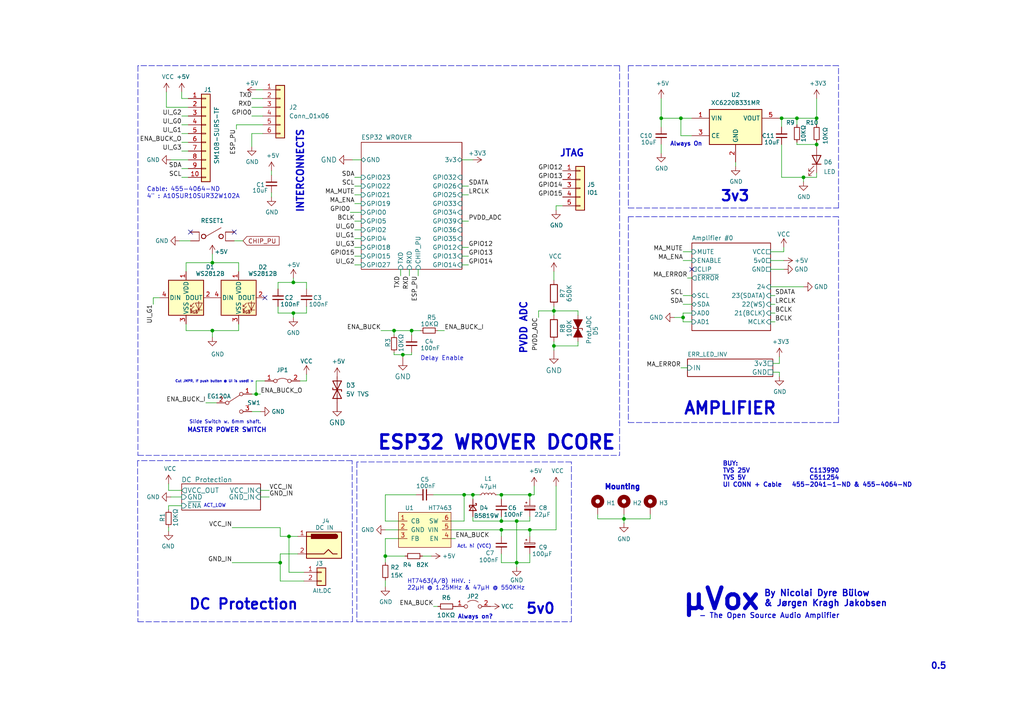
<source format=kicad_sch>
(kicad_sch (version 20211123) (generator eeschema)
  (paper "A4")
  (junction (at 85.09 81.915))
  (junction (at 236.855 34.29))
  (junction (at 226.695 34.29))
  (junction (at 149.86 163.195))
  (junction (at 61.595 76.2))
  (junction (at 191.77 34.29))
  (junction (at 233.045 51.435))
  (junction (at 231.14 34.29))
  (junction (at 145.415 153.67))
  (junction (at 111.76 161.29))
  (junction (at 137.16 143.51))
  (junction (at 145.415 143.51))
  (junction (at 116.84 102.87))
  (junction (at 114.3 95.885))
  (junction (at 145.415 151.13))
  (junction (at 74.295 114.3))
  (junction (at 83.82 155.575))
  (junction (at 153.67 143.51))
  (junction (at 160.655 100.33))
  (junction (at 134.62 143.51))
  (junction (at 153.67 153.67))
  (junction (at 160.655 90.17))
  (junction (at 198.12 92.075))
  (junction (at 236.855 41.91))
  (junction (at 81.28 163.195))
  (junction (at 180.975 150.495))
  (junction (at 85.09 90.805))
  (junction (at 119.38 95.885))
  (junction (at 197.485 34.29))
  (junction (at 149.86 151.13))
  (junction (at 61.595 95.885))
  (no_connect (at 76.835 86.36))
  (no_connect (at 200.66 78.105))
  (no_connect (at 67.945 67.31))
  (no_connect (at 55.245 67.31))
  (polyline (pts (xy 103.505 133.985) (xy 103.505 180.34)))
  (polyline (pts (xy 179.705 19.05) (xy 179.705 132.08)))
  (wire (pts (xy 224.79 88.265) (xy 223.52 88.265)))
  (wire (pts (xy 88.9 83.82) (xy 88.9 81.915)))
  (wire (pts (xy 59.69 116.84) (xy 62.865 116.84)))
  (wire (pts (xy 61.595 95.885) (xy 61.595 97.79)))
  (wire (pts (xy 114.3 102.235) (xy 114.3 102.87)))
  (wire (pts (xy 80.645 81.915) (xy 80.645 83.82)))
  (wire (pts (xy 144.145 143.51) (xy 145.415 143.51)))
  (wire (pts (xy 233.045 51.435) (xy 236.855 51.435)))
  (wire (pts (xy 161.29 140.97) (xy 161.29 153.67)))
  (polyline (pts (xy 40.005 180.34) (xy 102.235 180.34)))
  (wire (pts (xy 137.16 143.51) (xy 139.065 143.51)))
  (wire (pts (xy 133.985 76.835) (xy 135.89 76.835)))
  (wire (pts (xy 52.705 33.655) (xy 54.61 33.655)))
  (wire (pts (xy 114.3 102.87) (xy 116.84 102.87)))
  (wire (pts (xy 111.76 143.51) (xy 111.76 151.13)))
  (wire (pts (xy 116.84 102.87) (xy 116.84 103.505)))
  (wire (pts (xy 191.77 34.29) (xy 191.77 28.575)))
  (wire (pts (xy 134.62 151.13) (xy 130.81 151.13)))
  (wire (pts (xy 163.195 59.69) (xy 161.29 59.69)))
  (wire (pts (xy 226.06 34.29) (xy 226.695 34.29)))
  (wire (pts (xy 85.09 90.805) (xy 88.9 90.805)))
  (wire (pts (xy 173.355 150.495) (xy 180.975 150.495)))
  (wire (pts (xy 55.245 69.85) (xy 52.07 69.85)))
  (wire (pts (xy 153.67 153.67) (xy 161.29 153.67)))
  (polyline (pts (xy 243.205 60.325) (xy 243.205 19.05)))
  (wire (pts (xy 180.975 150.495) (xy 180.975 151.765)))
  (wire (pts (xy 48.895 146.685) (xy 52.705 146.685)))
  (wire (pts (xy 153.67 144.78) (xy 153.67 143.51)))
  (wire (pts (xy 52.705 144.145) (xy 49.53 144.145)))
  (wire (pts (xy 231.14 34.29) (xy 236.855 34.29)))
  (wire (pts (xy 197.485 34.29) (xy 200.66 34.29)))
  (wire (pts (xy 198.12 93.345) (xy 200.66 93.345)))
  (wire (pts (xy 85.09 90.805) (xy 85.09 92.075)))
  (wire (pts (xy 118.745 80.01) (xy 118.745 78.105)))
  (wire (pts (xy 102.87 59.055) (xy 104.775 59.055)))
  (wire (pts (xy 115.57 156.21) (xy 111.76 156.21)))
  (wire (pts (xy 236.855 41.275) (xy 236.855 41.91)))
  (wire (pts (xy 145.415 160.655) (xy 145.415 163.195)))
  (wire (pts (xy 160.655 90.17) (xy 167.64 90.17)))
  (wire (pts (xy 122.555 161.29) (xy 125.095 161.29)))
  (wire (pts (xy 226.695 51.435) (xy 233.045 51.435)))
  (wire (pts (xy 224.79 85.725) (xy 223.52 85.725)))
  (wire (pts (xy 52.705 48.895) (xy 54.61 48.895)))
  (wire (pts (xy 83.82 165.989) (xy 88.138 165.989)))
  (wire (pts (xy 227.33 75.565) (xy 223.52 75.565)))
  (wire (pts (xy 52.705 41.275) (xy 54.61 41.275)))
  (polyline (pts (xy 102.1334 133.604) (xy 39.9034 133.604)))
  (wire (pts (xy 132.08 156.21) (xy 130.81 156.21)))
  (wire (pts (xy 198.12 92.075) (xy 198.12 93.345)))
  (wire (pts (xy 52.705 43.815) (xy 54.61 43.815)))
  (wire (pts (xy 119.38 95.885) (xy 119.38 97.155)))
  (wire (pts (xy 80.645 88.9) (xy 80.645 90.805)))
  (wire (pts (xy 198.12 85.725) (xy 200.66 85.725)))
  (wire (pts (xy 52.705 38.735) (xy 54.61 38.735)))
  (polyline (pts (xy 40.005 19.05) (xy 40.005 132.08)))
  (wire (pts (xy 61.595 95.885) (xy 69.215 95.885)))
  (wire (pts (xy 81.28 168.529) (xy 88.138 168.529)))
  (wire (pts (xy 224.79 90.805) (xy 223.52 90.805)))
  (wire (pts (xy 200.66 39.37) (xy 197.485 39.37)))
  (wire (pts (xy 156.21 90.17) (xy 160.655 90.17)))
  (wire (pts (xy 88.9 90.805) (xy 88.9 88.9)))
  (wire (pts (xy 226.695 41.91) (xy 226.695 51.435)))
  (wire (pts (xy 116.84 102.87) (xy 119.38 102.87)))
  (wire (pts (xy 121.285 80.01) (xy 121.285 78.105)))
  (wire (pts (xy 74.295 114.3) (xy 75.565 114.3)))
  (wire (pts (xy 53.975 78.74) (xy 53.975 76.2)))
  (wire (pts (xy 53.975 93.98) (xy 53.975 95.885)))
  (wire (pts (xy 137.16 144.78) (xy 137.16 143.51)))
  (wire (pts (xy 145.415 155.575) (xy 145.415 153.67)))
  (wire (pts (xy 191.77 34.29) (xy 197.485 34.29)))
  (wire (pts (xy 231.14 41.91) (xy 236.855 41.91)))
  (wire (pts (xy 156.21 90.17) (xy 156.21 92.075)))
  (wire (pts (xy 231.14 41.275) (xy 231.14 41.91)))
  (wire (pts (xy 224.155 105.41) (xy 226.06 105.41)))
  (polyline (pts (xy 182.245 62.865) (xy 182.245 122.555)))
  (wire (pts (xy 115.57 153.67) (xy 111.76 153.67)))
  (wire (pts (xy 52.705 142.24) (xy 48.895 142.24)))
  (wire (pts (xy 67.945 69.85) (xy 70.485 69.85)))
  (wire (pts (xy 76.2 26.035) (xy 74.295 26.035)))
  (wire (pts (xy 149.86 151.13) (xy 153.67 151.13)))
  (wire (pts (xy 167.64 99.06) (xy 167.64 100.33)))
  (wire (pts (xy 85.09 81.915) (xy 80.645 81.915)))
  (wire (pts (xy 68.58 37.465) (xy 68.58 36.195)))
  (wire (pts (xy 227.33 71.755) (xy 227.33 73.025)))
  (polyline (pts (xy 165.735 133.985) (xy 103.505 133.985)))
  (wire (pts (xy 134.62 143.51) (xy 137.16 143.51)))
  (wire (pts (xy 180.975 150.495) (xy 180.975 149.225)))
  (wire (pts (xy 81.28 153.035) (xy 81.28 155.575)))
  (wire (pts (xy 74.295 110.49) (xy 76.835 110.49)))
  (wire (pts (xy 149.86 163.195) (xy 153.67 163.195)))
  (wire (pts (xy 145.415 144.78) (xy 145.415 143.51)))
  (wire (pts (xy 198.12 88.265) (xy 200.66 88.265)))
  (wire (pts (xy 102.87 53.975) (xy 104.775 53.975)))
  (wire (pts (xy 125.73 143.51) (xy 134.62 143.51)))
  (wire (pts (xy 102.87 66.675) (xy 104.775 66.675)))
  (wire (pts (xy 73.025 38.735) (xy 73.025 42.545)))
  (wire (pts (xy 74.295 114.3) (xy 74.295 110.49)))
  (wire (pts (xy 111.76 161.29) (xy 117.475 161.29)))
  (wire (pts (xy 102.87 69.215) (xy 104.775 69.215)))
  (wire (pts (xy 133.985 71.755) (xy 135.89 71.755)))
  (wire (pts (xy 102.87 76.835) (xy 104.775 76.835)))
  (wire (pts (xy 102.87 51.435) (xy 104.775 51.435)))
  (polyline (pts (xy 40.005 132.08) (xy 179.705 132.08)))
  (wire (pts (xy 145.415 163.195) (xy 149.86 163.195)))
  (wire (pts (xy 119.38 102.235) (xy 119.38 102.87)))
  (wire (pts (xy 195.58 92.075) (xy 198.12 92.075)))
  (wire (pts (xy 69.215 76.2) (xy 69.215 78.74)))
  (polyline (pts (xy 165.735 180.34) (xy 165.735 133.985)))
  (wire (pts (xy 145.415 151.13) (xy 149.86 151.13)))
  (wire (pts (xy 61.595 76.2) (xy 61.595 73.66)))
  (wire (pts (xy 80.645 90.805) (xy 85.09 90.805)))
  (wire (pts (xy 49.53 46.355) (xy 54.61 46.355)))
  (wire (pts (xy 180.975 150.495) (xy 188.595 150.495)))
  (wire (pts (xy 88.9 108.585) (xy 88.9 110.49)))
  (wire (pts (xy 114.3 95.885) (xy 119.38 95.885)))
  (wire (pts (xy 73.025 119.38) (xy 75.565 119.38)))
  (wire (pts (xy 135.89 56.515) (xy 133.985 56.515)))
  (wire (pts (xy 213.36 48.26) (xy 213.36 46.99)))
  (wire (pts (xy 53.975 76.2) (xy 61.595 76.2)))
  (wire (pts (xy 73.025 31.115) (xy 76.2 31.115)))
  (polyline (pts (xy 243.205 122.555) (xy 243.205 62.865)))
  (polyline (pts (xy 182.245 60.325) (xy 243.205 60.325)))
  (polyline (pts (xy 243.205 19.05) (xy 182.245 19.05)))
  (polyline (pts (xy 243.205 62.865) (xy 182.245 62.865)))
  (wire (pts (xy 145.415 149.86) (xy 145.415 151.13)))
  (wire (pts (xy 83.82 155.575) (xy 86.36 155.575)))
  (wire (pts (xy 102.87 64.135) (xy 104.775 64.135)))
  (wire (pts (xy 153.67 163.195) (xy 153.67 160.655)))
  (wire (pts (xy 160.655 90.17) (xy 160.655 88.9)))
  (wire (pts (xy 48.26 31.115) (xy 48.26 26.67)))
  (wire (pts (xy 198.12 90.805) (xy 198.12 92.075)))
  (wire (pts (xy 128.905 95.885) (xy 127 95.885)))
  (wire (pts (xy 191.77 41.91) (xy 191.77 44.45)))
  (wire (pts (xy 68.58 36.195) (xy 76.2 36.195)))
  (wire (pts (xy 75.565 142.24) (xy 78.105 142.24)))
  (wire (pts (xy 149.86 163.195) (xy 149.86 164.465)))
  (wire (pts (xy 153.67 143.51) (xy 154.94 143.51)))
  (wire (pts (xy 54.61 28.575) (xy 52.705 28.575)))
  (wire (pts (xy 61.595 76.2) (xy 69.215 76.2)))
  (wire (pts (xy 223.52 83.185) (xy 233.045 83.185)))
  (wire (pts (xy 73.025 114.3) (xy 74.295 114.3)))
  (wire (pts (xy 52.705 51.435) (xy 54.61 51.435)))
  (wire (pts (xy 231.14 34.29) (xy 231.14 36.195)))
  (wire (pts (xy 86.995 110.49) (xy 88.9 110.49)))
  (wire (pts (xy 44.45 86.36) (xy 44.45 88.265)))
  (wire (pts (xy 111.76 168.275) (xy 111.76 170.18)))
  (wire (pts (xy 102.87 71.755) (xy 104.775 71.755)))
  (wire (pts (xy 226.06 107.95) (xy 226.06 109.22)))
  (wire (pts (xy 226.06 105.41) (xy 226.06 103.505)))
  (wire (pts (xy 76.2 33.655) (xy 73.025 33.655)))
  (wire (pts (xy 133.985 46.355) (xy 137.16 46.355)))
  (wire (pts (xy 67.31 153.035) (xy 81.28 153.035)))
  (wire (pts (xy 200.66 90.805) (xy 198.12 90.805)))
  (polyline (pts (xy 179.705 19.05) (xy 40.005 19.05)))
  (polyline (pts (xy 103.505 180.34) (xy 165.735 180.34)))
  (wire (pts (xy 154.94 143.51) (xy 154.94 140.97)))
  (wire (pts (xy 78.74 55.88) (xy 78.74 57.15)))
  (wire (pts (xy 85.09 80.645) (xy 85.09 81.915)))
  (wire (pts (xy 104.775 74.295) (xy 102.87 74.295)))
  (wire (pts (xy 145.415 143.51) (xy 153.67 143.51)))
  (wire (pts (xy 198.12 73.025) (xy 200.66 73.025)))
  (wire (pts (xy 197.485 39.37) (xy 197.485 34.29)))
  (wire (pts (xy 73.025 28.575) (xy 76.2 28.575)))
  (wire (pts (xy 153.67 151.13) (xy 153.67 149.86)))
  (wire (pts (xy 226.695 34.29) (xy 226.695 36.83)))
  (wire (pts (xy 114.3 95.885) (xy 114.3 97.155)))
  (wire (pts (xy 167.64 90.17) (xy 167.64 91.44)))
  (wire (pts (xy 52.705 28.575) (xy 52.705 26.67)))
  (wire (pts (xy 160.655 90.17) (xy 160.655 91.44)))
  (wire (pts (xy 88.9 81.915) (xy 85.09 81.915)))
  (wire (pts (xy 145.415 153.67) (xy 153.67 153.67)))
  (wire (pts (xy 83.82 155.575) (xy 83.82 165.989)))
  (wire (pts (xy 198.12 75.565) (xy 200.66 75.565)))
  (wire (pts (xy 48.895 146.685) (xy 48.895 147.828)))
  (wire (pts (xy 153.67 155.575) (xy 153.67 153.67)))
  (wire (pts (xy 116.205 80.01) (xy 116.205 78.105)))
  (wire (pts (xy 137.16 151.13) (xy 145.415 151.13)))
  (wire (pts (xy 133.985 74.295) (xy 135.89 74.295)))
  (wire (pts (xy 78.74 49.53) (xy 78.74 50.8)))
  (wire (pts (xy 167.64 100.33) (xy 160.655 100.33)))
  (wire (pts (xy 160.655 100.33) (xy 160.655 101.6)))
  (wire (pts (xy 236.855 41.91) (xy 236.855 42.545)))
  (wire (pts (xy 111.76 143.51) (xy 120.65 143.51)))
  (wire (pts (xy 111.76 151.13) (xy 115.57 151.13)))
  (polyline (pts (xy 39.9034 133.604) (xy 40.005 180.34)))
  (wire (pts (xy 173.355 149.225) (xy 173.355 150.495)))
  (wire (pts (xy 81.28 155.575) (xy 83.82 155.575)))
  (wire (pts (xy 161.29 59.69) (xy 161.29 60.96)))
  (wire (pts (xy 104.775 61.595) (xy 101.6 61.595)))
  (wire (pts (xy 81.28 163.195) (xy 81.28 160.655)))
  (wire (pts (xy 102.87 56.515) (xy 104.775 56.515)))
  (wire (pts (xy 224.155 107.95) (xy 226.06 107.95)))
  (wire (pts (xy 135.89 64.135) (xy 133.985 64.135)))
  (wire (pts (xy 149.86 163.195) (xy 149.86 151.13)))
  (wire (pts (xy 134.62 143.51) (xy 134.62 151.13)))
  (wire (pts (xy 48.26 31.115) (xy 54.61 31.115)))
  (wire (pts (xy 135.89 53.975) (xy 133.985 53.975)))
  (wire (pts (xy 236.855 34.29) (xy 236.855 36.195)))
  (wire (pts (xy 188.595 150.495) (xy 188.595 149.225)))
  (polyline (pts (xy 102.235 180.34) (xy 102.1334 133.604)))
  (polyline (pts (xy 182.245 19.05) (xy 182.245 60.325)))
  (wire (pts (xy 48.895 152.908) (xy 48.895 154.051)))
  (wire (pts (xy 224.79 93.345) (xy 223.52 93.345)))
  (wire (pts (xy 223.52 78.105) (xy 227.33 78.105)))
  (wire (pts (xy 160.655 99.06) (xy 160.655 100.33)))
  (wire (pts (xy 111.76 161.29) (xy 111.76 163.195)))
  (wire (pts (xy 160.655 81.28) (xy 160.655 78.74)))
  (wire (pts (xy 191.77 34.29) (xy 191.77 36.83)))
  (wire (pts (xy 125.73 175.895) (xy 127 175.895)))
  (wire (pts (xy 52.705 36.195) (xy 54.61 36.195)))
  (wire (pts (xy 236.855 51.435) (xy 236.855 50.165)))
  (wire (pts (xy 67.31 163.195) (xy 81.28 163.195)))
  (wire (pts (xy 111.76 156.21) (xy 111.76 161.29)))
  (wire (pts (xy 110.49 95.885) (xy 114.3 95.885)))
  (wire (pts (xy 75.565 144.145) (xy 78.105 144.145)))
  (wire (pts (xy 81.28 160.655) (xy 86.36 160.655)))
  (polyline (pts (xy 182.245 122.555) (xy 243.205 122.555)))
  (wire (pts (xy 53.975 95.885) (xy 61.595 95.885)))
  (wire (pts (xy 223.52 73.025) (xy 227.33 73.025)))
  (wire (pts (xy 81.28 168.529) (xy 81.28 163.195)))
  (wire (pts (xy 199.39 80.645) (xy 200.66 80.645)))
  (wire (pts (xy 69.215 95.885) (xy 69.215 93.98)))
  (wire (pts (xy 226.695 34.29) (xy 231.14 34.29)))
  (wire (pts (xy 48.895 142.24) (xy 48.895 140.335)))
  (wire (pts (xy 137.16 149.86) (xy 137.16 151.13)))
  (wire (pts (xy 104.775 46.355) (xy 102.235 46.355)))
  (wire (pts (xy 233.045 51.435) (xy 233.045 52.705)))
  (wire (pts (xy 44.45 86.36) (xy 46.355 86.36)))
  (wire (pts (xy 119.38 95.885) (xy 121.92 95.885)))
  (wire (pts (xy 76.2 38.735) (xy 73.025 38.735)))
  (wire (pts (xy 236.855 34.29) (xy 236.855 28.575)))
  (wire (pts (xy 130.81 153.67) (xy 145.415 153.67)))
  (wire (pts (xy 199.39 106.68) (xy 197.485 106.68)))
  (text "- The Open Source Audio Amplifier" (at 202.692 179.578 0) (effects (font (size 1.5 1.5) (thickness 0.254) bold) (justify left bottom)))
  (text "Slide Switch w. 6mm shaft. " (at 54.864 123.063 0) (effects (font (size 0.9906 0.9906)) (justify left bottom)))
  (text "JTAG" (at 169.545 45.72 180) (effects (font (size 2 2) (thickness 0.4) bold) (justify right bottom)))
  (text "Cut JMPR, If push button @ UI is used! >" (at 50.8 111.125 0) (effects (font (size 0.7 0.7)) (justify left bottom)))
  (text "Cable: 455-4064-ND\n4\" : A10SUR10SUR32W102A" (at 42.545 57.785 0) (effects (font (size 1.27 1.27)) (justify left bottom)))
  (text "DC Protection" (at 54.61 177.165 0) (effects (font (size 2.9972 2.9972) (thickness 0.5994) bold) (justify left bottom)))
  (text "By Nicolai Dyre Bülow \n& Jørgen Kragh Jakobsen" (at 221.488 176.149 0) (effects (font (size 1.8034 1.8034) (thickness 0.3607) bold) (justify left bottom)))
  (text "PVDD ADC" (at 153.035 102.87 90) (effects (font (size 2 2) (thickness 0.4) bold) (justify left bottom)))
  (text "3v3" (at 208.8388 58.7502 0) (effects (font (size 2.9972 2.9972) (thickness 0.5994) bold) (justify left bottom)))
  (text "AMPLIFIER" (at 198.12 120.65 0) (effects (font (size 3.5052 3.5052) (thickness 0.701) bold) (justify left bottom)))
  (text "INTERCONNECTS" (at 88.265 37.465 270) (effects (font (size 2 2) (thickness 0.4) bold) (justify right bottom)))
  (text "ACT_LOW" (at 59.055 147.32 0) (effects (font (size 0.9906 0.9906)) (justify left bottom)))
  (text "Delay Enable" (at 121.92 104.775 0) (effects (font (size 1.27 1.27)) (justify left bottom)))
  (text "Mounting" (at 175.26 142.24 0) (effects (font (size 1.5 1.5) (thickness 0.5994) bold) (justify left bottom)))
  (text "ESP32 WROVER DCORE" (at 109.22 130.81 0) (effects (font (size 3.9878 3.9878) (thickness 0.7976) bold) (justify left bottom)))
  (text "Always on?" (at 132.715 179.705 0) (effects (font (size 1.2 1.2) (thickness 0.24) bold) (justify left bottom)))
  (text "HT7463(A/B) HHV. : \n22µH @ 1.25MHz & 47µH @ 550KHz" (at 118.11 171.323 0) (effects (font (size 1.1938 1.1938)) (justify left bottom)))
  (text "µVox" (at 197.612 177.419 0) (effects (font (size 5.9944 5.9944) (thickness 1.1989) bold) (justify left bottom)))
  (text "BUY:\nTVS 25V 			C113990\nTVS 5V  			C511254\nUI CONN + Cable	455-2041-1-ND & 455-4064-ND\n" (at 209.55 141.478 0) (effects (font (size 1.27 1.27) bold) (justify left bottom)))
  (text "MASTER POWER SWITCH" (at 54.229 125.603 0) (effects (font (size 1.2954 1.2954) (thickness 0.2591) bold) (justify left bottom)))
  (text "5v0" (at 152.4 178.435 0) (effects (font (size 2.9972 2.9972) (thickness 0.5994) bold) (justify left bottom)))
  (text "Act. hi (VCC)" (at 132.588 159.131 0) (effects (font (size 0.9906 0.9906)) (justify left bottom)))
  (text "0.5" (at 269.875 194.31 0) (effects (font (size 1.8034 1.8034) (thickness 0.3607) bold) (justify left bottom)))
  (text "Always On" (at 194.31 42.545 0) (effects (font (size 1.1938 1.1938) (thickness 0.2388) bold) (justify left bottom)))
  (label "UI_G0" (at 102.87 66.675 180))
  (label "SDATA" (at 135.89 53.975 0))
  (label "BCLK" (at 102.87 64.135 180))
  (label "ENA_BUCK_I" (at 59.69 116.84 180))
  (label "MA_ENA" (at 198.12 75.565 180))
  (label "GPIO12" (at 135.89 71.755 0))
  (label "SCL" (at 52.705 51.435 180))
  (label "SCL" (at 198.12 85.725 180))
  (label "MA_ERROR" (at 199.39 80.645 180))
  (label "UI_G2" (at 102.87 76.835 180))
  (label "GPIO15" (at 163.195 57.15 180))
  (label "UI_G1" (at 102.87 69.215 180))
  (label "SCL" (at 102.87 53.975 180))
  (label "LRCLK" (at 135.89 56.515 0))
  (label "TXD" (at 73.025 28.575 180))
  (label "UI_G1" (at 52.705 38.735 180))
  (label "GPIO15" (at 102.87 74.295 180))
  (label "GPIO14" (at 163.195 54.61 180))
  (label "VCC_IN" (at 78.105 142.24 0))
  (label "GPIO12" (at 163.195 49.53 180))
  (label "SDA" (at 198.12 88.265 180))
  (label "SDA" (at 102.87 51.435 180))
  (label "UI_G2" (at 52.705 33.655 180))
  (label "TXD" (at 116.205 80.01 270))
  (label "UI_G3" (at 52.705 43.815 180))
  (label "MA_MUTE" (at 102.87 56.515 180))
  (label "ESP_PU" (at 68.58 37.465 270))
  (label "VCC_IN" (at 67.31 153.035 180))
  (label "ENA_BUCK" (at 125.73 175.895 180))
  (label "GND_IN" (at 67.31 163.195 180))
  (label "MA_ENA" (at 102.87 59.055 180))
  (label "GND_IN" (at 78.105 144.145 0))
  (label "SDA" (at 52.705 48.895 180))
  (label "RXD" (at 118.745 80.01 270))
  (label "ENA_BUCK_O" (at 75.565 114.3 0))
  (label "LRCLK" (at 224.79 88.265 0))
  (label "MA_ERROR" (at 197.485 106.68 180))
  (label "UI_G0" (at 52.705 36.195 180))
  (label "GPIO13" (at 163.195 52.07 180))
  (label "MA_MUTE" (at 198.12 73.025 180))
  (label "GPIO14" (at 135.89 76.835 0))
  (label "BCLK" (at 224.79 90.805 0))
  (label "SDATA" (at 224.79 85.725 0))
  (label "PVDD_ADC" (at 156.21 92.075 270))
  (label "BCLK" (at 224.79 93.345 0))
  (label "UI_G3" (at 102.87 71.755 180))
  (label "ENA_BUCK_O" (at 52.705 41.275 180))
  (label "UI_G1" (at 44.45 88.265 270))
  (label "GPIO13" (at 135.89 74.295 0))
  (label "PVDD_ADC" (at 135.89 64.135 0))
  (label "ENA_BUCK_I" (at 128.905 95.885 0))
  (label "ENA_BUCK" (at 132.08 156.21 0))
  (label "ENA_BUCK" (at 110.49 95.885 180))
  (label "GPIO0" (at 73.025 33.655 180))
  (label "ESP_PU" (at 121.285 80.01 270))
  (label "RXD" (at 73.025 31.115 180))
  (label "GPIO0" (at 101.6 61.595 180))
  (global_label "CHIP_PU" (shape input) (at 70.485 69.85 0) (property "Intersheet References" "${INTERSHEET_REFS}" (effects hide)))
  (symbol (lib_id "power:GND") (at 73.025 42.545 0) (unit 1)
    (property "Reference" "#PWR010" (effects hide))
    (property "Value" "GND" (at 73.152 46.9392 0) (effects (font (size 1.2 1.2))))
  )
  (symbol (lib_id "Regulator_Linear:XC6220B331MR") (at 213.36 36.83 0) (unit 1)
    (property "Reference" "U2" (at 213.36 27.5082 0) (effects (font (size 1.2 1.2))))
    (property "Value" "XC6220B331MR" (at 213.36 29.8196 0) (effects (font (size 1.2 1.2))))
    (property "Footprint" "Package_TO_SOT_SMD:SOT-23-5" (effects hide))
    (property "Datasheet" "https://www.torexsemi.com/file/xc6220/XC6220.pdf" (effects hide))
  )
  (symbol (lib_id "power:+3V3") (at 236.855 28.575 0) (unit 1)
    (property "Reference" "#PWR041" (effects hide))
    (property "Value" "+3V3" (at 237.236 24.1808 0) (effects (font (size 1.2 1.2))))
  )
  (symbol (lib_id "Device:C_Small") (at 226.695 39.37 0) (mirror x) (unit 1)
    (property "Reference" "C11" (at 220.98 39.37 0) (effects (font (size 1.2 1.2)) (justify left)))
    (property "Value" "10uF" (at 221.615 41.275 0) (effects (font (size 1.2 1.2)) (justify left)))
    (property "Footprint" "Capacitor_SMD:C_0805_2012Metric" (effects hide))
    (property "LCSC" "C162422" (effects hide))
  )
  (symbol (lib_id "Device:C_Small") (at 191.77 39.37 180) (unit 1)
    (property "Reference" "C10" (at 189.23 39.37 0) (effects (font (size 1.2 1.2)) (justify left)))
    (property "Value" "10uF" (at 190.5 41.275 0) (effects (font (size 1.2 1.2)) (justify left)))
    (property "Footprint" "Capacitor_SMD:C_0805_2012Metric" (effects hide))
    (property "LCSC" "C162422" (effects hide))
  )
  (symbol (lib_id "power:GND") (at 191.77 44.45 0) (unit 1)
    (property "Reference" "#PWR031" (effects hide))
    (property "Value" "GND" (at 191.897 48.8442 0) (effects (font (size 1.2 1.2))))
  )
  (symbol (lib_id "power:GND") (at 213.36 48.26 0) (unit 1)
    (property "Reference" "#PWR033" (effects hide))
    (property "Value" "GND" (at 213.487 52.6542 0) (effects (font (size 1.2 1.2))))
  )
  (symbol (lib_id "power:+5V") (at 191.77 28.575 0) (unit 1)
    (property "Reference" "#PWR030" (effects hide))
    (property "Value" "+5V" (at 192.151 24.1808 0) (effects (font (size 1.2 1.2))))
  )
  (symbol (lib_id "Connector:Barrel_Jack") (at 93.98 158.115 0) (mirror y) (unit 1)
    (property "Reference" "J4" (at 93.345 151.13 0) (effects (font (size 1.2 1.2)) (justify right)))
    (property "Value" "DC IN" (at 91.44 153.035 0) (effects (font (size 1.2 1.2)) (justify right)))
    (property "Footprint" "Connector_BarrelJack:BarrelJack_CUI_PJ-063AH_Horizontal" (effects hide))
    (property "Digikey" "CP-063AH-ND" (effects hide))
  )
  (symbol (lib_id "power:VCC") (at 48.895 140.335 0) (unit 1)
    (property "Reference" "#PWR02" (effects hide))
    (property "Value" "VCC" (at 49.3268 135.9408 0) (effects (font (size 1.2 1.2))))
  )
  (symbol (lib_id "power:GND") (at 49.53 144.145 270) (unit 1)
    (property "Reference" "#PWR05" (effects hide))
    (property "Value" "GND" (at 46.355 144.145 90) (effects (font (size 1.2 1.2)) (justify right)))
  )
  (symbol (lib_id "power:+3V3") (at 226.06 103.505 0) (unit 1)
    (property "Reference" "#PWR034" (effects hide))
    (property "Value" "+3V3" (at 226.441 99.1108 0) (effects (font (size 1.2 1.2))))
  )
  (symbol (lib_id "power:GND") (at 226.06 109.22 0) (unit 1)
    (property "Reference" "#PWR035" (effects hide))
    (property "Value" "GND" (at 226.187 113.6142 0) (effects (font (size 1.2 1.2))))
  )
  (symbol (lib_id "power:GND") (at 161.29 60.96 0) (unit 1)
    (property "Reference" "#PWR027" (effects hide))
    (property "Value" "GND" (at 161.417 65.3542 0) (effects (font (size 1.2 1.2))))
  )
  (symbol (lib_id "muVoxSyms:SMD_SWITCH") (at 67.945 72.39 0) (unit 1)
    (property "Reference" "RESET1" (at 61.595 64.008 0) (effects (font (size 1.2 1.2))))
    (property "Value" "SMD_SWITCH" (effects hide))
    (property "Footprint" "Lib:SMD_SWITCH_SPST_C318801" (effects hide))
    (property "LCSC" "C318801" (effects hide))
  )
  (symbol (lib_id "power:GND") (at 52.07 69.85 270) (unit 1)
    (property "Reference" "#PWR06" (effects hide))
    (property "Value" "GND" (at 48.895 69.85 90) (effects (font (size 1.2 1.2)) (justify right)))
  )
  (symbol (lib_id "power:GND") (at 48.895 154.051 0) (mirror y) (unit 1)
    (property "Reference" "#PWR03" (effects hide))
    (property "Value" "GND" (at 48.768 158.4452 0) (effects (font (size 1.2 1.2))))
  )
  (symbol (lib_id "Connector_Generic:Conn_01x05") (at 168.275 54.61 0) (unit 1)
    (property "Reference" "J5" (at 170.307 53.5432 0) (effects (font (size 1.2 1.2)) (justify left)))
    (property "Value" "IO1" (at 170.307 55.8546 0) (effects (font (size 1.2 1.2)) (justify left)))
    (property "Footprint" "Connector_PinHeader_2.00mm:PinHeader_1x05_P2.00mm_Vertical" (effects hide))
  )
  (symbol (lib_id "power:+5V") (at 52.705 26.67 0) (unit 1)
    (property "Reference" "#PWR07" (effects hide))
    (property "Value" "+5V" (at 53.086 22.2758 0) (effects (font (size 1.2 1.2))))
  )
  (symbol (lib_id "power:VCC") (at 48.26 26.67 0) (unit 1)
    (property "Reference" "#PWR01" (effects hide))
    (property "Value" "VCC" (at 48.6918 22.2758 0) (effects (font (size 1.2 1.2))))
  )
  (symbol (lib_id "power:GND") (at 49.53 46.355 270) (unit 1)
    (property "Reference" "#PWR04" (effects hide))
    (property "Value" "GND" (at 46.355 46.355 90) (effects (font (size 1.2 1.2)) (justify right)))
  )
  (symbol (lib_id "muVoxSyms:HT7463") (at 123.19 153.67 0) (unit 1)
    (property "Reference" "U1" (at 118.745 147.32 0) (effects (font (size 1.2 1.2))))
    (property "Value" "HT7463" (at 127.635 147.32 0) (effects (font (size 1.2 1.2))))
    (property "Footprint" "Package_TO_SOT_SMD:SOT-23-6" (effects hide))
    (property "LCSC" "C95080" (effects hide))
  )
  (symbol (lib_id "power:GND") (at 111.76 153.67 270) (unit 1)
    (property "Reference" "#PWR019" (effects hide))
    (property "Value" "GND" (at 108.585 153.67 90) (effects (font (size 1.2 1.2)) (justify right)))
  )
  (symbol (lib_id "Device:R_Small") (at 111.76 165.735 0) (unit 1)
    (property "Reference" "R2" (at 113.2586 164.5666 0) (effects (font (size 1.2 1.2)) (justify left)))
    (property "Value" "15K" (at 113.2586 166.878 0) (effects (font (size 1.2 1.2)) (justify left)))
    (property "Footprint" "Resistor_SMD:R_0603_1608Metric" (effects hide))
    (property "LCSC" "C328339" (effects hide))
  )
  (symbol (lib_id "power:GND") (at 111.76 170.18 0) (unit 1)
    (property "Reference" "#PWR020" (effects hide))
    (property "Value" "GND" (at 111.887 174.5742 0) (effects (font (size 1.2 1.2))))
  )
  (symbol (lib_id "Device:R_Small") (at 120.015 161.29 270) (mirror x) (unit 1)
    (property "Reference" "R4" (at 118.11 163.83 90) (effects (font (size 1.2 1.2))))
    (property "Value" "82K" (at 122.555 163.83 90) (effects (font (size 1.2 1.2))))
    (property "Footprint" "Resistor_SMD:R_0603_1608Metric" (effects hide))
    (property "LCSC" "C23254" (effects hide))
  )
  (symbol (lib_id "power:+5V") (at 125.095 161.29 270) (unit 1)
    (property "Reference" "#PWR021" (effects hide))
    (property "Value" "+5V" (at 130.175 161.29 90) (effects (font (size 1.2 1.2))))
  )
  (symbol (lib_id "Device:CP_Small") (at 153.67 158.115 0) (unit 1)
    (property "Reference" "C9" (at 156.21 158.75 0) (effects (font (size 1.2 1.2)) (justify left)))
    (property "Value" "100µF" (at 154.305 160.655 0) (effects (font (size 1.2 1.2)) (justify left)))
    (property "Footprint" "Capacitor_SMD:CP_Elec_8x10" (effects hide))
    (property "LCSC" "C38513" (effects hide))
  )
  (symbol (lib_id "power:GND") (at 149.86 164.465 0) (unit 1)
    (property "Reference" "#PWR024" (effects hide))
    (property "Value" "GND" (at 149.86 168.275 0) (effects (font (size 1.2 1.2))))
  )
  (symbol (lib_id "power:VCC") (at 161.29 140.97 0) (unit 1)
    (property "Reference" "#PWR028" (effects hide))
    (property "Value" "VCC" (at 161.7218 136.5758 0) (effects (font (size 1.2 1.2))))
  )
  (symbol (lib_id "Device:L_Small") (at 141.605 143.51 90) (unit 1)
    (property "Reference" "L1" (at 141.605 138.811 90) (effects (font (size 1.2 1.2))))
    (property "Value" "47µH" (at 141.605 141.1224 90) (effects (font (size 1.2 1.2))))
    (property "Footprint" "Inductor_SMD:L_10.4x10.4_H4.8" (effects hide))
    (property "Datasheet" "https://datasheet.lcsc.com/lcsc/1806151532_Sunltech-Tech-SLD10D50S470MTT_C216171.pdf" (effects hide))
    (property "LCSC" "C216171" (effects hide))
  )
  (symbol (lib_id "power:+5V") (at 154.94 140.97 0) (unit 1)
    (property "Reference" "#PWR025" (effects hide))
    (property "Value" "+5V" (at 155.321 136.5758 0) (effects (font (size 1.2 1.2))))
  )
  (symbol (lib_id "Device:D_Schottky_Small") (at 137.16 147.32 270) (unit 1)
    (property "Reference" "D4" (at 139.065 147.32 90) (effects (font (size 1.2 1.2)) (justify left)))
    (property "Value" "B5819W" (at 137.414 149.606 90) (effects (font (size 1.2 1.2)) (justify left)))
    (property "Footprint" "Diode_SMD:D_SOD-123" (effects hide))
    (property "LCSC" "C64885" (effects hide))
  )
  (symbol (lib_id "Device:C_Small") (at 145.415 147.32 0) (unit 1)
    (property "Reference" "C6" (at 147.32 147.32 0) (effects (font (size 1.2 1.2)) (justify left)))
    (property "Value" "100nF" (at 146.05 149.225 0) (effects (font (size 1.2 1.2)) (justify left)))
    (property "Footprint" "Capacitor_SMD:C_0603_1608Metric" (effects hide))
    (property "LCSC" "C30926" (effects hide))
  )
  (symbol (lib_id "Device:CP_Small") (at 153.67 147.32 0) (unit 1)
    (property "Reference" "C8" (at 156.21 147.32 0) (effects (font (size 1.2 1.2)) (justify left)))
    (property "Value" "22µF" (at 154.94 149.225 0) (effects (font (size 1.2 1.2)) (justify left)))
    (property "Footprint" "Capacitor_SMD:CP_Elec_4x5.4" (effects hide))
    (property "LCSC" "C87865" (effects hide))
  )
  (symbol (lib_id "Device:C_Small") (at 145.415 158.115 0) (mirror y) (unit 1)
    (property "Reference" "C7" (at 143.383 160.401 0) (effects (font (size 1.2 1.2)) (justify left)))
    (property "Value" "100nF" (at 144.653 162.433 0) (effects (font (size 1.2 1.2)) (justify left)))
    (property "Footprint" "Capacitor_SMD:C_0603_1608Metric" (effects hide))
    (property "LCSC" "C30926" (effects hide))
  )
  (symbol (lib_id "Device:C_Small") (at 123.19 143.51 270) (mirror x) (unit 1)
    (property "Reference" "C5" (at 121.92 139.065 90) (effects (font (size 1.2 1.2)) (justify left)))
    (property "Value" "100nF" (at 120.65 140.97 90) (effects (font (size 1.2 1.2)) (justify left)))
    (property "Footprint" "Capacitor_SMD:C_0603_1608Metric" (effects hide))
    (property "LCSC" "C30926" (effects hide))
  )
  (symbol (lib_id "Switch:SW_SPDT") (at 67.945 116.84 0) (unit 1)
    (property "Reference" "SW1" (at 73.66 116.84 0) (effects (font (size 1.2 1.2))))
    (property "Value" "EG120A" (at 63.5 114.935 0) (effects (font (size 1.2 1.2))))
    (property "Footprint" "Lib:SLIDE-SWITCH" (effects hide))
    (property "Digikey" "EG1917-ND" (effects hide))
  )
  (symbol (lib_id "LED:WS2812B") (at 69.215 86.36 0) (unit 1)
    (property "Reference" "D2" (at 76.2 77.47 0) (effects (font (size 1.2 1.2))))
    (property "Value" "WS2812B" (at 76.2 79.375 0) (effects (font (size 1.2 1.2))))
    (property "Footprint" "LED_SMD:LED_WS2812B_PLCC4_5.0x5.0mm_P3.2mm" (effects hide))
    (property "Datasheet" "https://cdn-shop.adafruit.com/datasheets/WS2812B.pdf" (effects hide))
  )
  (symbol (lib_id "power:VCC") (at 160.655 78.74 0) (unit 1)
    (property "Reference" "#PWR026" (effects hide))
    (property "Value" "VCC" (at 161.0868 74.3458 0))
  )
  (symbol (lib_id "Device:R_Small") (at 129.54 175.895 90) (mirror x) (unit 1)
    (property "Reference" "R6" (at 130.81 173.355 90) (effects (justify left)))
    (property "Value" "10KΩ" (at 132.08 178.435 90) (effects (justify left)))
    (property "Footprint" "Resistor_SMD:R_0603_1608Metric" (effects hide))
    (property "LCSC" "C98220" (effects hide))
  )
  (symbol (lib_id "Mechanical:MountingHole_Pad") (at 173.355 146.685 0) (unit 1)
    (property "Reference" "H1" (at 175.895 145.894 0) (effects (font (size 1.2 1.2)) (justify left)))
    (property "Value" "MountingHole_Pad" (effects hide))
    (property "Footprint" "MountingHole:MountingHole_3.2mm_M3_DIN965_Pad" (effects hide))
  )
  (symbol (lib_id "Mechanical:MountingHole_Pad") (at 188.595 146.685 0) (unit 1)
    (property "Reference" "H3" (at 191.135 145.894 0) (effects (font (size 1.2 1.2)) (justify left)))
    (property "Value" "MountingHole_Pad" (effects hide))
    (property "Footprint" "MountingHole:MountingHole_3.2mm_M3_DIN965_Pad" (effects hide))
  )
  (symbol (lib_id "Device:D_TVS") (at 97.79 113.03 90) (unit 1)
    (property "Reference" "D3" (at 100.33 111.7599 90) (effects (justify right)))
    (property "Value" "5V TVS" (at 100.33 114.2999 90) (effects (justify right)))
    (property "Footprint" "Diode_SMD:D_SOD-323" (effects hide))
    (property "LCSC" "C511254" (effects hide))
  )
  (symbol (lib_id "Connector_Generic:Conn_01x06") (at 81.28 31.115 0) (unit 1)
    (property "Reference" "J2" (at 83.82 31.1149 0) (effects (justify left)))
    (property "Value" "Conn_01x06" (at 83.82 33.6549 0) (effects (justify left)))
    (property "Footprint" "Connector_PinHeader_2.54mm:PinHeader_1x06_P2.54mm_Vertical" (effects hide))
  )
  (symbol (lib_id "Device:C_Small") (at 119.38 99.695 0) (mirror x) (unit 1)
    (property "Reference" "C4" (at 123.19 99.06 0) (effects (font (size 1.1938 1.1938)) (justify left)))
    (property "Value" "100nF" (at 121.92 100.965 0) (effects (font (size 1.1938 1.1938)) (justify left)))
    (property "Footprint" "Capacitor_SMD:C_0603_1608Metric" (effects hide))
    (property "LCSC" "C30926" (effects hide))
  )
  (symbol (lib_id "power:+3V3") (at 137.16 46.355 270) (unit 1)
    (property "Reference" "#PWR022" (effects hide))
    (property "Value" "+3V3" (at 138.43 44.45 90))
  )
  (symbol (lib_id "Device:C_Small") (at 80.645 86.36 0) (mirror x) (unit 1)
    (property "Reference" "C2" (at 82.55 86.36 0) (effects (font (size 1.2 1.2)) (justify left)))
    (property "Value" "100nF" (at 81.28 88.265 0) (effects (font (size 1.2 1.2)) (justify left)))
    (property "Footprint" "Capacitor_SMD:C_0603_1608Metric" (effects hide))
    (property "LCSC" "C30926" (effects hide))
  )
  (symbol (lib_id "Device:R_Small") (at 48.895 150.368 180) (unit 1)
    (property "Reference" "R1" (at 47.117 148.717 90) (effects (justify left)))
    (property "Value" "10KΩ" (at 50.927 147.447 90) (effects (justify left)))
    (property "Footprint" "Resistor_SMD:R_0603_1608Metric" (effects hide))
    (property "LCSC" "C98220" (effects hide))
  )
  (symbol (lib_id "Device:C_Small") (at 88.9 86.36 0) (mirror x) (unit 1)
    (property "Reference" "C3" (at 90.805 86.36 0) (effects (font (size 1.2 1.2)) (justify left)))
    (property "Value" "100nF" (at 89.535 88.265 0) (effects (font (size 1.2 1.2)) (justify left)))
    (property "Footprint" "Capacitor_SMD:C_0603_1608Metric" (effects hide))
    (property "LCSC" "C30926" (effects hide))
  )
  (symbol (lib_id "LED:WS2812B") (at 53.975 86.36 0) (unit 1)
    (property "Reference" "D1" (at 60.96 77.47 0) (effects (font (size 1.2 1.2))))
    (property "Value" "WS2812B" (at 60.96 79.375 0) (effects (font (size 1.2 1.2))))
    (property "Footprint" "LED_SMD:LED_WS2812B_PLCC4_5.0x5.0mm_P3.2mm" (effects hide))
    (property "Datasheet" "https://cdn-shop.adafruit.com/datasheets/WS2812B.pdf" (effects hide))
  )
  (symbol (lib_id "Device:R_Small") (at 124.46 95.885 270) (mirror x) (unit 1)
    (property "Reference" "R5" (at 123.825 92.075 90) (effects (justify left)))
    (property "Value" "10KΩ" (at 121.92 93.98 90) (effects (justify left)))
    (property "Footprint" "Resistor_SMD:R_0603_1608Metric" (effects hide))
    (property "LCSC" "C98220" (effects hide))
  )
  (symbol (lib_id "PDB_Symbols:GND") (at 97.79 119.38 0) (unit 1)
    (property "Reference" "#SUPPLY01" (effects hide))
    (property "Value" "GND" (at 97.79 122.555 0) (effects (font (size 1.4986 1.4986))))
  )
  (symbol (lib_id "Connector_Generic:Conn_01x10") (at 59.69 38.735 0) (unit 1)
    (property "Reference" "J1" (at 59.055 26.035 0) (effects (justify left)))
    (property "Value" "SM10B-SURS-TF" (at 62.865 47.625 90) (effects (justify left)))
    (property "Footprint" "Connector_JST:JST_SUR_SM10B-SURS-TF_1x10-1MP_P0.80mm_Horizontal" (effects hide))
    (property "Digikey" "455-2041-1-ND" (effects hide))
  )
  (symbol (lib_id "power:GND") (at 75.565 119.38 90) (unit 1)
    (property "Reference" "#PWR012" (effects hide))
    (property "Value" "GND" (at 78.74 119.38 90) (effects (font (size 1.2 1.2)) (justify right)))
  )
  (symbol (lib_id "power:GND") (at 180.975 151.765 0) (unit 1)
    (property "Reference" "#PWR029" (effects hide))
    (property "Value" "GND" (at 180.975 156.3275 0) (effects (font (size 1.2 1.2))))
  )
  (symbol (lib_id "MOUSAIV1.0-rescue:GND-PdB_PCB-eagle-import") (at 160.655 104.14 0) (unit 1)
    (property "Reference" "#SUPPLY04" (effects hide))
    (property "Value" "GND" (at 160.655 107.442 0) (effects (font (size 1.4986 1.4986))))
  )
  (symbol (lib_id "power:+5V") (at 227.33 75.565 270) (unit 1)
    (property "Reference" "#PWR037" (effects hide))
    (property "Value" "+5V" (at 232.41 75.565 90))
  )
  (symbol (lib_id "Device:R") (at 160.655 85.09 0) (unit 1)
    (property "Reference" "R7" (at 163.195 85.09 90))
    (property "Value" "650K" (at 165.1 85.09 90))
    (property "Footprint" "Resistor_SMD:R_0603_1608Metric" (effects hide))
    (property "LCSC" "C25821" (effects hide))
  )
  (symbol (lib_id "power:+5V") (at 85.09 80.645 0) (unit 1)
    (property "Reference" "#PWR015" (effects hide))
    (property "Value" "+5V" (at 85.09 76.835 0) (effects (font (size 1.2 1.2))))
  )
  (symbol (lib_id "power:GND") (at 195.58 92.075 270) (unit 1)
    (property "Reference" "#PWR032" (effects hide))
    (property "Value" "GND" (at 192.405 92.075 90) (effects (justify right)))
  )
  (symbol (lib_id "power:GND") (at 227.33 78.105 90) (unit 1)
    (property "Reference" "#PWR038" (effects hide))
    (property "Value" "GND" (at 232.41 78.105 90))
  )
  (symbol (lib_id "PDB_Symbols:GND") (at 116.84 106.045 0) (unit 1)
    (property "Reference" "#SUPPLY03" (effects hide))
    (property "Value" "GND" (at 116.84 109.22 0) (effects (font (size 1.4986 1.4986))))
  )
  (symbol (lib_id "Jumper:Jumper_2_Open") (at 137.16 175.895 0) (unit 1)
    (property "Reference" "JP2" (at 137.16 172.974 0) (effects (font (size 1.2 1.2))))
    (property "Value" "Jumper_2_Open" (effects hide))
    (property "Footprint" "Jumper:SolderJumper-2_P1.3mm_Open_RoundedPad1.0x1.5mm" (effects hide))
  )
  (symbol (lib_id "power:VCC") (at 227.33 71.755 0) (unit 1)
    (property "Reference" "#PWR036" (effects hide))
    (property "Value" "VCC" (at 227.33 67.945 0))
  )
  (symbol (lib_id "Mechanical:MountingHole_Pad") (at 180.975 146.685 0) (unit 1)
    (property "Reference" "H2" (at 183.515 145.894 0) (effects (font (size 1.2 1.2)) (justify left)))
    (property "Value" "MountingHole_Pad" (effects hide))
    (property "Footprint" "MountingHole:MountingHole_3.2mm_M3_DIN965_Pad" (effects hide))
  )
  (symbol (lib_id "Device:R_Small") (at 236.855 38.735 0) (unit 1)
    (property "Reference" "R10" (at 233.68 35.56 0) (effects (font (size 1.2 1.2)) (justify left)))
    (property "Value" "10KΩ" (at 239.395 41.91 90) (effects (font (size 1.2 1.2)) (justify left)))
    (property "Footprint" "Resistor_SMD:R_0603_1608Metric" (effects hide))
    (property "LCSC" "C98220" (effects hide))
  )
  (symbol (lib_id "Device:R_Small") (at 114.3 99.695 180) (unit 1)
    (property "Reference" "R3" (at 112.522 98.044 90) (effects (justify left)))
    (property "Value" "10KΩ" (at 116.332 96.774 90) (effects (justify left)))
    (property "Footprint" "Resistor_SMD:R_0603_1608Metric" (effects hide))
    (property "LCSC" "C98220" (effects hide))
  )
  (symbol (lib_id "power:+5V") (at 74.295 26.035 90) (unit 1)
    (property "Reference" "#PWR011" (effects hide))
    (property "Value" "+5V" (at 73.025 24.13 90) (effects (font (size 1.2 1.2))))
  )
  (symbol (lib_id "power:GND") (at 233.045 83.185 90) (unit 1)
    (property "Reference" "#PWR040" (effects hide))
    (property "Value" "GND" (at 238.125 83.185 90))
  )
  (symbol (lib_id "power:GND") (at 78.74 57.15 0) (unit 1)
    (property "Reference" "#PWR014" (effects hide))
    (property "Value" "GND" (at 78.867 61.5442 0) (effects (font (size 1.2 1.2))))
  )
  (symbol (lib_id "power:+5V") (at 61.595 73.66 0) (unit 1)
    (property "Reference" "#PWR08" (effects hide))
    (property "Value" "+5V" (at 64.135 73.025 0) (effects (font (size 1.2 1.2))))
  )
  (symbol (lib_id "power:GND") (at 61.595 97.79 0) (unit 1)
    (property "Reference" "#PWR09" (effects hide))
    (property "Value" "GND" (at 63.119 102.743 0) (effects (font (size 1.2 1.2))))
  )
  (symbol (lib_id "power:VCC") (at 88.9 108.585 0) (unit 1)
    (property "Reference" "#PWR017" (effects hide))
    (property "Value" "VCC" (at 88.9 104.775 0) (effects (font (size 1.2 1.2))))
  )
  (symbol (lib_id "Device:R_Small") (at 231.14 38.735 0) (unit 1)
    (property "Reference" "R9" (at 227.965 35.56 0) (effects (font (size 1.2 1.2)) (justify left)))
    (property "Value" "10KΩ" (at 233.045 41.275 90) (effects (font (size 1.2 1.2)) (justify left)))
    (property "Footprint" "Resistor_SMD:R_0603_1608Metric" (effects hide))
    (property "LCSC" "C98220" (effects hide))
  )
  (symbol (lib_id "Device:C_Small") (at 78.74 53.34 0) (mirror x) (unit 1)
    (property "Reference" "C1" (at 74.295 53.594 0) (effects (font (size 1.2 1.2)) (justify left)))
    (property "Value" "10uF" (at 73.152 55.245 0) (effects (font (size 1.2 1.2)) (justify left)))
    (property "Footprint" "Capacitor_SMD:C_0805_2012Metric" (effects hide))
    (property "LCSC" "C15850" (effects hide))
  )
  (symbol (lib_id "Device:D_TVS_ALT") (at 167.64 95.25 270) (unit 1)
    (property "Reference" "D5" (at 172.72 94.615 0) (effects (justify left)))
    (property "Value" "Prot.ADC" (at 170.815 91.44 0) (effects (justify left)))
    (property "Footprint" "Diode_SMD:D_SOD-323_HandSoldering" (effects hide))
    (property "LCSC" "C384865" (effects hide))
  )
  (symbol (lib_id "power:+5V") (at 97.79 109.22 0) (unit 1)
    (property "Reference" "#PWR018" (effects hide))
    (property "Value" "+5V" (at 98.171 104.8258 0) (effects (font (size 1.2 1.2))))
  )
  (symbol (lib_id "Jumper:Jumper_2_Bridged") (at 81.915 110.49 0) (unit 1)
    (property "Reference" "JP1" (at 81.915 107.315 0) (effects (font (size 1.2 1.2))))
    (property "Value" "Jumper_2_Bridged" (effects hide))
    (property "Footprint" "Jumper:SolderJumper-2_P1.3mm_Bridged_RoundedPad1.0x1.5mm" (effects hide))
  )
  (symbol (lib_id "power:VCC") (at 142.24 175.895 270) (unit 1)
    (property "Reference" "#PWR023" (effects hide))
    (property "Value" "VCC" (at 147.193 175.895 90) (effects (font (size 1.2 1.2))))
  )
  (symbol (lib_id "power:+5V") (at 78.74 49.53 0) (unit 1)
    (property "Reference" "#PWR013" (effects hide))
    (property "Value" "+5V" (at 79.121 45.1358 0) (effects (font (size 1.2 1.2))))
  )
  (symbol (lib_id "Device:LED") (at 236.855 46.355 270) (mirror x) (unit 1)
    (property "Reference" "D6" (at 238.887 47.034 90) (effects (font (size 1.2 1.2)) (justify left)))
    (property "Value" "LED" (at 238.887 49.8091 90) (effects (font (size 1.2 1.2)) (justify left)))
    (property "Footprint" "Diode_SMD:D_0603_1608Metric" (effects hide))
    (property "LCSC" "C264445" (effects hide))
  )
  (symbol (lib_id "Connector_Generic:Conn_01x02") (at 93.218 165.989 0) (unit 1)
    (property "Reference" "J3" (at 91.44 163.449 0) (effects (font (size 1.2 1.2)) (justify left)))
    (property "Value" "Alt.DC" (at 90.678 171.323 0) (effects (font (size 1.2 1.2)) (justify left)))
    (property "Footprint" "Connector_JST:JST_VH_B2PS-VH_1x02_P3.96mm_Horizontal" (effects hide))
  )
  (symbol (lib_id "Device:R") (at 160.655 95.25 0) (unit 1)
    (property "Reference" "R8" (at 163.195 95.25 90))
    (property "Value" "100K" (at 165.1 95.25 90))
    (property "Footprint" "Resistor_SMD:R_0603_1608Metric" (effects hide))
    (property "LCSC" "C25803" (effects hide))
  )
  (symbol (lib_id "PDB_Symbols:GND") (at 99.695 46.355 270) (unit 1)
    (property "Reference" "#SUPPLY02" (effects hide))
    (property "Value" "GND" (at 97.79 46.355 90) (effects (font (size 1.4986 1.4986)) (justify right)))
  )
  (symbol (lib_id "power:GND") (at 233.045 52.705 0) (unit 1)
    (property "Reference" "#PWR039" (effects hide))
    (property "Value" "GND" (at 233.172 57.0992 0) (effects (font (size 1.2 1.2))))
  )
  (symbol (lib_id "power:GND") (at 85.09 92.075 0) (unit 1)
    (property "Reference" "#PWR016" (effects hide))
    (property "Value" "GND" (at 85.09 96.52 0) (effects (font (size 1.2 1.2))))
  )
  (sheet (at 52.705 140.335) (size 22.86 7.62)
    (property "Sheet name" "DC Protection" (at 52.6034 139.954 0) (effects (font (size 1.397 1.397)) (justify left bottom)))
    (property "Sheet file" "MEYERS_DC.kicad_sch" (effects hide))
    (pin "VCC_OUT" output (at 52.705 142.24 180) (effects (font (size 1.397 1.397))))
    (pin "~{ENA}" input (at 52.705 146.685 180) (effects (font (size 1.397 1.397))))
    (pin "VCC_IN" input (at 75.565 142.24 0) (effects (font (size 1.397 1.397))))
    (pin "GND_IN" input (at 75.565 144.145 0) (effects (font (size 1.397 1.397))))
    (pin "GND" input (at 52.705 144.145 180) (effects (font (size 1.397 1.397))))
  )
  (sheet (at 199.39 104.14) (size 24.765 5.08)
    (property "Sheet name" "ERR_LED_INV" (at 199.39 103.4665 0) (effects (font (size 1.1938 1.1938)) (justify left bottom)))
    (property "Sheet file" "MOS_LED_ACT_LOW.kicad_sch" (effects hide))
    (pin "IN" input (at 199.39 106.68 180) (effects (font (size 1.397 1.397))))
    (pin "3v3" passive (at 224.155 105.41 0) (effects (font (size 1.397 1.397))))
    (pin "GND" passive (at 224.155 107.95 0) (effects (font (size 1.397 1.397))))
  )
  (sheet (at 104.775 41.275) (size 29.21 36.83) (stroke (width 0.1524))
    (property "Sheet name" "ESP32 WROVER" (at 104.775 40.5634 0) (effects (justify left bottom)))
    (property "Sheet file" "ext_sch/ESP32WROVER.kicad_sch" (effects hide))
    (pin "3v3" bidirectional (at 133.985 46.355 0))
    (pin "GND" bidirectional (at 104.775 46.355 180))
    (pin "GPIO23" input (at 104.775 51.435 180))
    (pin "GPIO22" input (at 104.775 53.975 180))
    (pin "GPIO21" input (at 104.775 56.515 180))
    (pin "GPIO19" input (at 104.775 59.055 180))
    (pin "GPIO0" input (at 104.775 61.595 180))
    (pin "GPIO5" input (at 104.775 64.135 180))
    (pin "GPIO2" input (at 104.775 66.675 180))
    (pin "GPIO4" input (at 104.775 69.215 180))
    (pin "GPIO18" input (at 104.775 71.755 180))
    (pin "GPIO15" input (at 104.775 74.295 180))
    (pin "GPIO27" input (at 104.775 76.835 180))
    (pin "GPIO32" input (at 133.985 51.435 0))
    (pin "GPIO26" input (at 133.985 53.975 0))
    (pin "GPIO25" input (at 133.985 56.515 0))
    (pin "GPIO33" input (at 133.985 59.055 0))
    (pin "GPIO34" input (at 133.985 61.595 0))
    (pin "GPIO39" input (at 133.985 64.135 0))
    (pin "GPIO36" input (at 133.985 66.675 0))
    (pin "GPIO35" input (at 133.985 69.215 0))
    (pin "GPIO12" input (at 133.985 71.755 0))
    (pin "GPIO13" input (at 133.985 74.295 0))
    (pin "GPIO14" input (at 133.985 76.835 0))
    (pin "TXD" input (at 116.205 78.105 270))
    (pin "RXD" input (at 118.745 78.105 270))
    (pin "CHIP_PU" input (at 121.285 78.105 270))
  )
  (sheet (at 200.66 70.485) (size 22.86 25.4) (stroke (width 0.1524))
    (property "Sheet name" "Amplifier #0" (at 200.66 69.7734 0) (effects (justify left bottom)))
    (property "Sheet file" "ext_Sch/MA12070P.kicad_sch" (effects hide))
    (pin "MUTE" input (at 200.66 73.025 180))
    (pin "ENABLE" input (at 200.66 75.565 180))
    (pin "VCC" passive (at 223.52 73.025 0))
    (pin "CLIP" output (at 200.66 78.105 180))
    (pin "5v0" passive (at 223.52 75.565 0))
    (pin "AD0" input (at 200.66 90.805 180))
    (pin "SCL" bidirectional (at 200.66 85.725 180))
    (pin "AD1" input (at 200.66 93.345 180))
    (pin "SDA" bidirectional (at 200.66 88.265 180))
    (pin "GND" passive (at 223.52 78.105 0))
    (pin "MCLK" input (at 223.52 93.345 0))
    (pin "21(BCLK)" input (at 223.52 90.805 0))
    (pin "22(WS)" input (at 223.52 88.265 0))
    (pin "24" input (at 223.52 83.185 0))
    (pin "23(SDATA)" input (at 223.52 85.725 0))
    (pin "~{ERROR}" output (at 200.66 80.645 180))
  )
)
</source>
